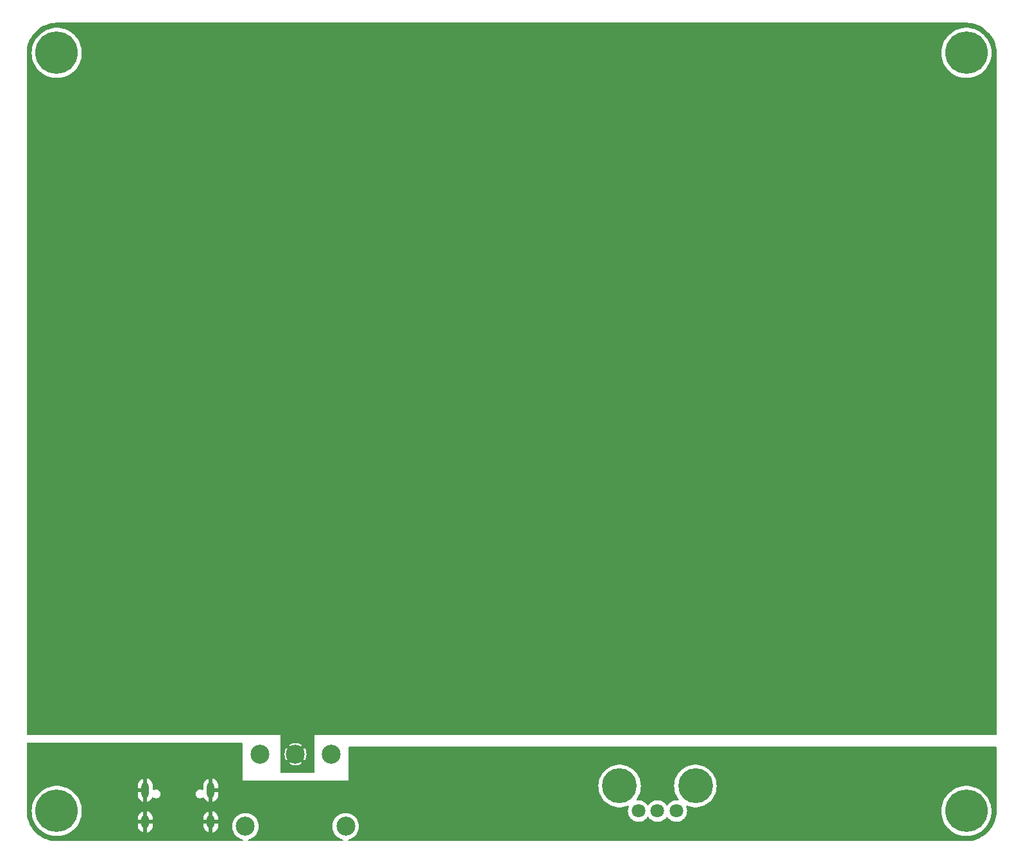
<source format=gbr>
%TF.GenerationSoftware,KiCad,Pcbnew,7.0.10*%
%TF.CreationDate,2024-06-08T14:33:01-05:00*%
%TF.ProjectId,viewer_rev2,76696577-6572-45f7-9265-76322e6b6963,rev?*%
%TF.SameCoordinates,PX62b48e0PY1ba8140*%
%TF.FileFunction,Copper,L2,Bot*%
%TF.FilePolarity,Positive*%
%FSLAX46Y46*%
G04 Gerber Fmt 4.6, Leading zero omitted, Abs format (unit mm)*
G04 Created by KiCad (PCBNEW 7.0.10) date 2024-06-08 14:33:01*
%MOMM*%
%LPD*%
G01*
G04 APERTURE LIST*
%TA.AperFunction,ComponentPad*%
%ADD10C,2.500000*%
%TD*%
%TA.AperFunction,ComponentPad*%
%ADD11C,5.600000*%
%TD*%
%TA.AperFunction,ComponentPad*%
%ADD12C,4.600000*%
%TD*%
%TA.AperFunction,ComponentPad*%
%ADD13C,1.800000*%
%TD*%
%TA.AperFunction,ComponentPad*%
%ADD14O,1.000000X2.100000*%
%TD*%
%TA.AperFunction,ComponentPad*%
%ADD15O,1.000000X1.800000*%
%TD*%
%TA.AperFunction,ViaPad*%
%ADD16C,0.600000*%
%TD*%
G04 APERTURE END LIST*
D10*
%TO.P,SW1,1,A*%
%TO.N,unconnected-(SW1-A-Pad1)*%
X40200000Y-96497500D03*
%TO.P,SW1,2,B*%
%TO.N,VCC*%
X35500000Y-96497500D03*
%TO.P,SW1,3,C*%
%TO.N,Net-(SW1-C)*%
X30800000Y-96497500D03*
%TO.P,SW1,4*%
%TO.N,N/C*%
X28895000Y-106027500D03*
X42105000Y-106027500D03*
%TD*%
D11*
%TO.P,H1,1*%
%TO.N,N/C*%
X4000000Y-4000000D03*
%TD*%
%TO.P,H2,1*%
%TO.N,N/C*%
X124000000Y-4000000D03*
%TD*%
D12*
%TO.P,RV1,*%
%TO.N,*%
X88250000Y-100700000D03*
X78250000Y-100700000D03*
D13*
%TO.P,RV1,1,1*%
%TO.N,Net-(D2-A)*%
X80750000Y-104000000D03*
%TO.P,RV1,2,2*%
%TO.N,Net-(U1-THR)*%
X83250000Y-104000000D03*
%TO.P,RV1,3,3*%
%TO.N,Net-(D1-K)*%
X85750000Y-104000000D03*
%TD*%
D11*
%TO.P,H4,1*%
%TO.N,N/C*%
X124000000Y-104000000D03*
%TD*%
D14*
%TO.P,J2,S1,SHIELD*%
%TO.N,GND*%
X15680000Y-101245000D03*
D15*
X15680000Y-105425000D03*
D14*
X24320000Y-101245000D03*
D15*
X24320000Y-105425000D03*
%TD*%
D11*
%TO.P,H3,1*%
%TO.N,N/C*%
X4000000Y-104000000D03*
%TD*%
D16*
%TO.N,GND*%
X55000000Y-97500000D03*
X56000000Y-98500000D03*
X23200000Y-99549988D03*
X59000000Y-99750000D03*
X56000000Y-97500000D03*
X60000000Y-97500000D03*
X16800000Y-99600000D03*
X55000000Y-98500000D03*
X58000000Y-99750000D03*
X62500000Y-98865000D03*
X60000000Y-99750000D03*
X68250000Y-104890000D03*
X20550000Y-97500000D03*
X24449996Y-97700000D03*
X67500000Y-106500000D03*
%TO.N,VCC*%
X48800000Y-75850000D03*
X111800000Y-21850000D03*
X57800000Y-57850000D03*
X30800000Y-21850000D03*
X48800000Y-57850000D03*
X93800000Y-21850000D03*
X93800000Y-39850000D03*
X48800000Y-21850000D03*
X12800000Y-48850000D03*
X84800000Y-39850000D03*
X111800000Y-84850000D03*
X30800000Y-66850000D03*
X21800000Y-84850000D03*
X102800000Y-57850000D03*
X30800000Y-84850000D03*
X111800000Y-57850000D03*
X75800000Y-48850000D03*
X30800000Y-30850000D03*
X39800000Y-66850000D03*
X39800000Y-48850000D03*
X12800000Y-84850000D03*
X57800000Y-75850000D03*
X102800000Y-84850000D03*
X57800000Y-39850000D03*
X75800000Y-57850000D03*
X75800000Y-39850000D03*
X66800000Y-48850000D03*
X84800000Y-84850000D03*
X66800000Y-57850000D03*
X48800000Y-84850000D03*
X30800000Y-48850000D03*
X66800000Y-75850000D03*
X57800000Y-30850000D03*
X75800000Y-75850000D03*
X93800000Y-48850000D03*
X102800000Y-21850000D03*
X93800000Y-84850000D03*
X57800000Y-21850000D03*
X21800000Y-48850000D03*
X48800000Y-30850000D03*
X84800000Y-66850000D03*
X39800000Y-30850000D03*
X102800000Y-39850000D03*
X66800000Y-30850000D03*
X12800000Y-30850000D03*
X84800000Y-75850000D03*
X39800000Y-57850000D03*
X66800000Y-66850000D03*
X21800000Y-57850000D03*
X57800000Y-48850000D03*
X75800000Y-84850000D03*
X48800000Y-66850000D03*
X21800000Y-39850000D03*
X21800000Y-66850000D03*
X39800000Y-84850000D03*
X102800000Y-75850000D03*
X30800000Y-75850000D03*
X102800000Y-48850000D03*
X66000000Y-93500000D03*
X75800000Y-30850000D03*
X39800000Y-39850000D03*
X65000000Y-93500000D03*
X84800000Y-21850000D03*
X66800000Y-21850000D03*
X12800000Y-75850000D03*
X75800000Y-21850000D03*
X57800000Y-66850000D03*
X21800000Y-75850000D03*
X111800000Y-48850000D03*
X93800000Y-57850000D03*
X84800000Y-57850000D03*
X102800000Y-30850000D03*
X66800000Y-39850000D03*
X93800000Y-75850000D03*
X111800000Y-75850000D03*
X111800000Y-39850000D03*
X93800000Y-66850000D03*
X12800000Y-39850000D03*
X111800000Y-66850000D03*
X12800000Y-66850000D03*
X66800000Y-84850000D03*
X84800000Y-30850000D03*
X102800000Y-66850000D03*
X111800000Y-30850000D03*
X39800000Y-21850000D03*
X39800000Y-75850000D03*
X48800000Y-48850000D03*
X57800000Y-84850000D03*
X67000000Y-93500000D03*
X21800000Y-21850000D03*
X75800000Y-66850000D03*
X48800000Y-39850000D03*
X30800000Y-39850000D03*
X12800000Y-57850000D03*
X12800000Y-21850000D03*
X93800000Y-30850000D03*
X84800000Y-48850000D03*
X68000000Y-93500000D03*
X30800000Y-57850000D03*
X21800000Y-30850000D03*
%TD*%
%TA.AperFunction,Conductor*%
%TO.N,VCC*%
G36*
X124002855Y-25632D02*
G01*
X124361004Y-42190D01*
X124372394Y-43246D01*
X124724645Y-92382D01*
X124735888Y-94484D01*
X125082103Y-175913D01*
X125093093Y-179040D01*
X125430337Y-292073D01*
X125440991Y-296201D01*
X125766352Y-439861D01*
X125776578Y-444953D01*
X126016703Y-578702D01*
X126087292Y-618020D01*
X126097030Y-624050D01*
X126390439Y-825041D01*
X126399579Y-831942D01*
X126673198Y-1059151D01*
X126681662Y-1066868D01*
X126933131Y-1318337D01*
X126940848Y-1326801D01*
X127168057Y-1600420D01*
X127174958Y-1609560D01*
X127375949Y-1902969D01*
X127381979Y-1912707D01*
X127555039Y-2223407D01*
X127560144Y-2233660D01*
X127703793Y-2558995D01*
X127707931Y-2569675D01*
X127820955Y-2906893D01*
X127824089Y-2917909D01*
X127905513Y-3264103D01*
X127907618Y-3275362D01*
X127956752Y-3627598D01*
X127957809Y-3639002D01*
X127974368Y-3997144D01*
X127974500Y-4002871D01*
X127974500Y-93876000D01*
X127954815Y-93943039D01*
X127902011Y-93988794D01*
X127850500Y-94000000D01*
X38000000Y-94000000D01*
X38000000Y-98876000D01*
X37980315Y-98943039D01*
X37927511Y-98988794D01*
X37876000Y-99000000D01*
X33624000Y-99000000D01*
X33556961Y-98980315D01*
X33511206Y-98927511D01*
X33500000Y-98876000D01*
X33500000Y-96497505D01*
X34045031Y-96497505D01*
X34064874Y-96736976D01*
X34123865Y-96969928D01*
X34220392Y-97189988D01*
X34312687Y-97331257D01*
X34690473Y-96953471D01*
X34694514Y-96962547D01*
X34808805Y-97119855D01*
X34953304Y-97249963D01*
X35046995Y-97304055D01*
X34665572Y-97685479D01*
X34704208Y-97715551D01*
X34915544Y-97829921D01*
X34915550Y-97829923D01*
X35142823Y-97907946D01*
X35379851Y-97947500D01*
X35620149Y-97947500D01*
X35857176Y-97907946D01*
X36084449Y-97829923D01*
X36084455Y-97829921D01*
X36295794Y-97715549D01*
X36295795Y-97715548D01*
X36334426Y-97685480D01*
X36334427Y-97685479D01*
X35953003Y-97304056D01*
X36046696Y-97249963D01*
X36191195Y-97119855D01*
X36305486Y-96962548D01*
X36309525Y-96953473D01*
X36687310Y-97331258D01*
X36779608Y-97189985D01*
X36876134Y-96969928D01*
X36935125Y-96736976D01*
X36954969Y-96497505D01*
X36954969Y-96497494D01*
X36935125Y-96258023D01*
X36876134Y-96025071D01*
X36779607Y-95805011D01*
X36687310Y-95663740D01*
X36309525Y-96041525D01*
X36305486Y-96032453D01*
X36191195Y-95875145D01*
X36046696Y-95745037D01*
X35953002Y-95690943D01*
X36334426Y-95309519D01*
X36334426Y-95309517D01*
X36295801Y-95279454D01*
X36295795Y-95279450D01*
X36084455Y-95165078D01*
X36084449Y-95165076D01*
X35857176Y-95087053D01*
X35620149Y-95047500D01*
X35379851Y-95047500D01*
X35142823Y-95087053D01*
X34915550Y-95165076D01*
X34915544Y-95165078D01*
X34704209Y-95279448D01*
X34665571Y-95309519D01*
X35046996Y-95690943D01*
X34953304Y-95745037D01*
X34808805Y-95875145D01*
X34694514Y-96032452D01*
X34690473Y-96041526D01*
X34312688Y-95663741D01*
X34220392Y-95805011D01*
X34123865Y-96025071D01*
X34064874Y-96258023D01*
X34045031Y-96497494D01*
X34045031Y-96497505D01*
X33500000Y-96497505D01*
X33500000Y-94000000D01*
X149500Y-94000000D01*
X82461Y-93980315D01*
X36706Y-93927511D01*
X25500Y-93876000D01*
X25500Y-4002871D01*
X25566Y-4000002D01*
X694652Y-4000002D01*
X714028Y-4357368D01*
X714029Y-4357385D01*
X771926Y-4710539D01*
X771932Y-4710565D01*
X867672Y-5055392D01*
X867674Y-5055399D01*
X1000142Y-5387870D01*
X1000151Y-5387888D01*
X1167784Y-5704077D01*
X1167790Y-5704086D01*
X1368634Y-6000309D01*
X1368641Y-6000319D01*
X1600331Y-6273085D01*
X1600332Y-6273086D01*
X1860163Y-6519211D01*
X2145081Y-6735800D01*
X2451747Y-6920315D01*
X2451749Y-6920316D01*
X2451751Y-6920317D01*
X2451755Y-6920319D01*
X2776552Y-7070585D01*
X2776565Y-7070591D01*
X3115726Y-7184868D01*
X3465254Y-7261805D01*
X3821052Y-7300500D01*
X3821058Y-7300500D01*
X4178942Y-7300500D01*
X4178948Y-7300500D01*
X4534746Y-7261805D01*
X4884274Y-7184868D01*
X5223435Y-7070591D01*
X5548253Y-6920315D01*
X5854919Y-6735800D01*
X6139837Y-6519211D01*
X6399668Y-6273086D01*
X6631365Y-6000311D01*
X6832211Y-5704085D01*
X6999853Y-5387880D01*
X7132324Y-5055403D01*
X7228071Y-4710552D01*
X7285972Y-4357371D01*
X7305348Y-4000002D01*
X120694652Y-4000002D01*
X120714028Y-4357368D01*
X120714029Y-4357385D01*
X120771926Y-4710539D01*
X120771932Y-4710565D01*
X120867672Y-5055392D01*
X120867674Y-5055399D01*
X121000142Y-5387870D01*
X121000151Y-5387888D01*
X121167784Y-5704077D01*
X121167790Y-5704086D01*
X121368634Y-6000309D01*
X121368641Y-6000319D01*
X121600331Y-6273085D01*
X121600332Y-6273086D01*
X121860163Y-6519211D01*
X122145081Y-6735800D01*
X122451747Y-6920315D01*
X122451749Y-6920316D01*
X122451751Y-6920317D01*
X122451755Y-6920319D01*
X122776552Y-7070585D01*
X122776565Y-7070591D01*
X123115726Y-7184868D01*
X123465254Y-7261805D01*
X123821052Y-7300500D01*
X123821058Y-7300500D01*
X124178942Y-7300500D01*
X124178948Y-7300500D01*
X124534746Y-7261805D01*
X124884274Y-7184868D01*
X125223435Y-7070591D01*
X125548253Y-6920315D01*
X125854919Y-6735800D01*
X126139837Y-6519211D01*
X126399668Y-6273086D01*
X126631365Y-6000311D01*
X126832211Y-5704085D01*
X126999853Y-5387880D01*
X127132324Y-5055403D01*
X127228071Y-4710552D01*
X127285972Y-4357371D01*
X127305348Y-4000000D01*
X127285972Y-3642629D01*
X127285377Y-3639002D01*
X127228073Y-3289460D01*
X127228072Y-3289459D01*
X127228071Y-3289448D01*
X127195931Y-3173690D01*
X127132327Y-2944607D01*
X127132325Y-2944600D01*
X127121690Y-2917909D01*
X126999853Y-2612120D01*
X126832211Y-2295915D01*
X126631365Y-1999689D01*
X126631361Y-1999684D01*
X126631358Y-1999680D01*
X126399668Y-1726914D01*
X126395127Y-1722613D01*
X126139837Y-1480789D01*
X126139830Y-1480783D01*
X126139827Y-1480781D01*
X126067204Y-1425575D01*
X125854919Y-1264200D01*
X125548253Y-1079685D01*
X125548252Y-1079684D01*
X125548248Y-1079682D01*
X125548244Y-1079680D01*
X125223447Y-929414D01*
X125223441Y-929411D01*
X125223435Y-929409D01*
X125053854Y-872270D01*
X124884273Y-815131D01*
X124534744Y-738194D01*
X124178949Y-699500D01*
X124178948Y-699500D01*
X123821052Y-699500D01*
X123821050Y-699500D01*
X123465255Y-738194D01*
X123115726Y-815131D01*
X122864625Y-899738D01*
X122776565Y-929409D01*
X122776563Y-929410D01*
X122776552Y-929414D01*
X122451755Y-1079680D01*
X122451751Y-1079682D01*
X122334050Y-1150501D01*
X122145081Y-1264200D01*
X122073865Y-1318337D01*
X121860172Y-1480781D01*
X121860163Y-1480789D01*
X121600331Y-1726914D01*
X121368641Y-1999680D01*
X121368634Y-1999690D01*
X121167790Y-2295913D01*
X121167784Y-2295922D01*
X121000151Y-2612111D01*
X121000142Y-2612129D01*
X120867674Y-2944600D01*
X120867672Y-2944607D01*
X120771932Y-3289434D01*
X120771926Y-3289460D01*
X120714029Y-3642614D01*
X120714028Y-3642631D01*
X120694652Y-3999997D01*
X120694652Y-4000002D01*
X7305348Y-4000002D01*
X7305348Y-4000000D01*
X7285972Y-3642629D01*
X7285377Y-3639002D01*
X7228073Y-3289460D01*
X7228072Y-3289459D01*
X7228071Y-3289448D01*
X7195931Y-3173690D01*
X7132327Y-2944607D01*
X7132325Y-2944600D01*
X7121690Y-2917909D01*
X6999853Y-2612120D01*
X6832211Y-2295915D01*
X6631365Y-1999689D01*
X6631361Y-1999684D01*
X6631358Y-1999680D01*
X6399668Y-1726914D01*
X6395127Y-1722613D01*
X6139837Y-1480789D01*
X6139830Y-1480783D01*
X6139827Y-1480781D01*
X6067204Y-1425575D01*
X5854919Y-1264200D01*
X5548253Y-1079685D01*
X5548252Y-1079684D01*
X5548248Y-1079682D01*
X5548244Y-1079680D01*
X5223447Y-929414D01*
X5223441Y-929411D01*
X5223435Y-929409D01*
X5053854Y-872270D01*
X4884273Y-815131D01*
X4534744Y-738194D01*
X4178949Y-699500D01*
X4178948Y-699500D01*
X3821052Y-699500D01*
X3821050Y-699500D01*
X3465255Y-738194D01*
X3115726Y-815131D01*
X2864625Y-899738D01*
X2776565Y-929409D01*
X2776563Y-929410D01*
X2776552Y-929414D01*
X2451755Y-1079680D01*
X2451751Y-1079682D01*
X2334050Y-1150501D01*
X2145081Y-1264200D01*
X2073865Y-1318337D01*
X1860172Y-1480781D01*
X1860163Y-1480789D01*
X1600331Y-1726914D01*
X1368641Y-1999680D01*
X1368634Y-1999690D01*
X1167790Y-2295913D01*
X1167784Y-2295922D01*
X1000151Y-2612111D01*
X1000142Y-2612129D01*
X867674Y-2944600D01*
X867672Y-2944607D01*
X771932Y-3289434D01*
X771926Y-3289460D01*
X714029Y-3642614D01*
X714028Y-3642631D01*
X694652Y-3999997D01*
X694652Y-4000002D01*
X25566Y-4000002D01*
X25632Y-3997144D01*
X25734Y-3994928D01*
X42190Y-3638993D01*
X43247Y-3627598D01*
X68961Y-3443258D01*
X92383Y-3275350D01*
X94483Y-3264115D01*
X175915Y-2917891D01*
X179038Y-2906911D01*
X292075Y-2569654D01*
X296198Y-2559015D01*
X439865Y-2233638D01*
X444948Y-2223429D01*
X618023Y-1912701D01*
X624050Y-1902969D01*
X825041Y-1609560D01*
X831942Y-1600420D01*
X931282Y-1480789D01*
X1059161Y-1326789D01*
X1066857Y-1318348D01*
X1318348Y-1066857D01*
X1326789Y-1059161D01*
X1600422Y-831940D01*
X1609560Y-825041D01*
X1902969Y-624050D01*
X1912701Y-618023D01*
X2223429Y-444948D01*
X2233638Y-439865D01*
X2559015Y-296198D01*
X2569654Y-292075D01*
X2906911Y-179038D01*
X2917891Y-175915D01*
X3264115Y-94483D01*
X3275350Y-92383D01*
X3627607Y-43246D01*
X3638993Y-42190D01*
X3997145Y-25632D01*
X4002872Y-25500D01*
X4008285Y-25500D01*
X123991715Y-25500D01*
X123997128Y-25500D01*
X124002855Y-25632D01*
G37*
%TD.AperFunction*%
%TD*%
%TA.AperFunction,Conductor*%
%TO.N,GND*%
G36*
X28443039Y-95019685D02*
G01*
X28488794Y-95072489D01*
X28500000Y-95124000D01*
X28500000Y-100000000D01*
X42500000Y-100000000D01*
X42500000Y-95624000D01*
X42519685Y-95556961D01*
X42572489Y-95511206D01*
X42624000Y-95500000D01*
X127850500Y-95500000D01*
X127917539Y-95519685D01*
X127963294Y-95572489D01*
X127974500Y-95624000D01*
X127974500Y-103997128D01*
X127974368Y-104002855D01*
X127957809Y-104360997D01*
X127956752Y-104372401D01*
X127907618Y-104724637D01*
X127905513Y-104735896D01*
X127824089Y-105082090D01*
X127820955Y-105093106D01*
X127707931Y-105430324D01*
X127703793Y-105441004D01*
X127560144Y-105766339D01*
X127555039Y-105776592D01*
X127381979Y-106087292D01*
X127375949Y-106097030D01*
X127174958Y-106390439D01*
X127168057Y-106399579D01*
X126940848Y-106673198D01*
X126933131Y-106681662D01*
X126681662Y-106933131D01*
X126673198Y-106940848D01*
X126399579Y-107168057D01*
X126390439Y-107174958D01*
X126097030Y-107375949D01*
X126087292Y-107381979D01*
X125776592Y-107555039D01*
X125766339Y-107560144D01*
X125441004Y-107703793D01*
X125430324Y-107707931D01*
X125093106Y-107820955D01*
X125082090Y-107824089D01*
X124735896Y-107905513D01*
X124724637Y-107907618D01*
X124372401Y-107956752D01*
X124360997Y-107957809D01*
X124002855Y-107974368D01*
X123997128Y-107974500D01*
X42554493Y-107974500D01*
X42487454Y-107954815D01*
X42441699Y-107902011D01*
X42431755Y-107832853D01*
X42460780Y-107769297D01*
X42517943Y-107732009D01*
X42596001Y-107707931D01*
X42746323Y-107661563D01*
X42982704Y-107547728D01*
X43199479Y-107399933D01*
X43391805Y-107221481D01*
X43555386Y-107016357D01*
X43686568Y-106789143D01*
X43782420Y-106544916D01*
X43840802Y-106289130D01*
X43841682Y-106277387D01*
X43860408Y-106027504D01*
X43860408Y-106027495D01*
X43840803Y-105765879D01*
X43840802Y-105765874D01*
X43840802Y-105765870D01*
X43782420Y-105510084D01*
X43686568Y-105265857D01*
X43555386Y-105038643D01*
X43391805Y-104833519D01*
X43391804Y-104833518D01*
X43391801Y-104833514D01*
X43199479Y-104655067D01*
X43172626Y-104636759D01*
X42982704Y-104507272D01*
X42982700Y-104507270D01*
X42982697Y-104507268D01*
X42982696Y-104507267D01*
X42746325Y-104393438D01*
X42746327Y-104393438D01*
X42495623Y-104316106D01*
X42495619Y-104316105D01*
X42495615Y-104316104D01*
X42365341Y-104296468D01*
X42236187Y-104277000D01*
X42236182Y-104277000D01*
X41973818Y-104277000D01*
X41973812Y-104277000D01*
X41812247Y-104301353D01*
X41714385Y-104316104D01*
X41714382Y-104316105D01*
X41714376Y-104316106D01*
X41463673Y-104393438D01*
X41227303Y-104507267D01*
X41227302Y-104507268D01*
X41010520Y-104655067D01*
X40818198Y-104833514D01*
X40654614Y-105038643D01*
X40523432Y-105265856D01*
X40427582Y-105510078D01*
X40427576Y-105510097D01*
X40369197Y-105765874D01*
X40369196Y-105765879D01*
X40349592Y-106027495D01*
X40349592Y-106027504D01*
X40369196Y-106289120D01*
X40369197Y-106289125D01*
X40369197Y-106289129D01*
X40369198Y-106289130D01*
X40377914Y-106327318D01*
X40427576Y-106544902D01*
X40427578Y-106544911D01*
X40427580Y-106544916D01*
X40523432Y-106789143D01*
X40654614Y-107016357D01*
X40721526Y-107100262D01*
X40818198Y-107221485D01*
X40903356Y-107300499D01*
X41010521Y-107399933D01*
X41227296Y-107547728D01*
X41227301Y-107547730D01*
X41227302Y-107547731D01*
X41227303Y-107547732D01*
X41352843Y-107608188D01*
X41463673Y-107661561D01*
X41463674Y-107661561D01*
X41463677Y-107661563D01*
X41600584Y-107703793D01*
X41692057Y-107732009D01*
X41750316Y-107770579D01*
X41778474Y-107834524D01*
X41767590Y-107903541D01*
X41721121Y-107955718D01*
X41655507Y-107974500D01*
X29344493Y-107974500D01*
X29277454Y-107954815D01*
X29231699Y-107902011D01*
X29221755Y-107832853D01*
X29250780Y-107769297D01*
X29307943Y-107732009D01*
X29386001Y-107707931D01*
X29536323Y-107661563D01*
X29772704Y-107547728D01*
X29989479Y-107399933D01*
X30181805Y-107221481D01*
X30345386Y-107016357D01*
X30476568Y-106789143D01*
X30572420Y-106544916D01*
X30630802Y-106289130D01*
X30631682Y-106277387D01*
X30650408Y-106027504D01*
X30650408Y-106027495D01*
X30630803Y-105765879D01*
X30630802Y-105765874D01*
X30630802Y-105765870D01*
X30572420Y-105510084D01*
X30476568Y-105265857D01*
X30345386Y-105038643D01*
X30181805Y-104833519D01*
X30181804Y-104833518D01*
X30181801Y-104833514D01*
X29989479Y-104655067D01*
X29962626Y-104636759D01*
X29772704Y-104507272D01*
X29772700Y-104507270D01*
X29772697Y-104507268D01*
X29772696Y-104507267D01*
X29536325Y-104393438D01*
X29536327Y-104393438D01*
X29285623Y-104316106D01*
X29285619Y-104316105D01*
X29285615Y-104316104D01*
X29155341Y-104296468D01*
X29026187Y-104277000D01*
X29026182Y-104277000D01*
X28763818Y-104277000D01*
X28763812Y-104277000D01*
X28602247Y-104301353D01*
X28504385Y-104316104D01*
X28504382Y-104316105D01*
X28504376Y-104316106D01*
X28253673Y-104393438D01*
X28017303Y-104507267D01*
X28017302Y-104507268D01*
X27800520Y-104655067D01*
X27608198Y-104833514D01*
X27444614Y-105038643D01*
X27313432Y-105265856D01*
X27217582Y-105510078D01*
X27217576Y-105510097D01*
X27159197Y-105765874D01*
X27159196Y-105765879D01*
X27139592Y-106027495D01*
X27139592Y-106027504D01*
X27159196Y-106289120D01*
X27159197Y-106289125D01*
X27159197Y-106289129D01*
X27159198Y-106289130D01*
X27167914Y-106327318D01*
X27217576Y-106544902D01*
X27217578Y-106544911D01*
X27217580Y-106544916D01*
X27313432Y-106789143D01*
X27444614Y-107016357D01*
X27511526Y-107100262D01*
X27608198Y-107221485D01*
X27693356Y-107300499D01*
X27800521Y-107399933D01*
X28017296Y-107547728D01*
X28017301Y-107547730D01*
X28017302Y-107547731D01*
X28017303Y-107547732D01*
X28142843Y-107608188D01*
X28253673Y-107661561D01*
X28253674Y-107661561D01*
X28253677Y-107661563D01*
X28390584Y-107703793D01*
X28482057Y-107732009D01*
X28540316Y-107770579D01*
X28568474Y-107834524D01*
X28557590Y-107903541D01*
X28511121Y-107955718D01*
X28445507Y-107974500D01*
X4002872Y-107974500D01*
X3997145Y-107974368D01*
X3639002Y-107957809D01*
X3627598Y-107956752D01*
X3275362Y-107907618D01*
X3264103Y-107905513D01*
X2917909Y-107824089D01*
X2906893Y-107820955D01*
X2569675Y-107707931D01*
X2558995Y-107703793D01*
X2463353Y-107661563D01*
X2233655Y-107560141D01*
X2223412Y-107555041D01*
X2121339Y-107498187D01*
X1912707Y-107381979D01*
X1902969Y-107375949D01*
X1609560Y-107174958D01*
X1600420Y-107168057D01*
X1326801Y-106940848D01*
X1318337Y-106933131D01*
X1066868Y-106681662D01*
X1059151Y-106673198D01*
X831942Y-106399579D01*
X825041Y-106390439D01*
X624050Y-106097030D01*
X618020Y-106087292D01*
X503160Y-105881080D01*
X444953Y-105776578D01*
X439861Y-105766352D01*
X296201Y-105440991D01*
X292073Y-105430337D01*
X179040Y-105093093D01*
X175913Y-105082103D01*
X94484Y-104735888D01*
X92381Y-104724637D01*
X91888Y-104721105D01*
X43246Y-104372394D01*
X42190Y-104360997D01*
X42022Y-104357371D01*
X25632Y-104002855D01*
X25566Y-104000000D01*
X694652Y-104000000D01*
X709670Y-104277000D01*
X714028Y-104357368D01*
X714029Y-104357385D01*
X771926Y-104710539D01*
X771932Y-104710565D01*
X867672Y-105055392D01*
X867674Y-105055399D01*
X1000142Y-105387870D01*
X1000151Y-105387888D01*
X1167784Y-105704077D01*
X1167787Y-105704082D01*
X1167789Y-105704085D01*
X1358705Y-105985666D01*
X1368634Y-106000309D01*
X1368641Y-106000319D01*
X1475317Y-106125907D01*
X1600332Y-106273086D01*
X1860163Y-106519211D01*
X2145081Y-106735800D01*
X2451747Y-106920315D01*
X2451749Y-106920316D01*
X2451751Y-106920317D01*
X2451755Y-106920319D01*
X2659337Y-107016356D01*
X2776565Y-107070591D01*
X3115726Y-107184868D01*
X3465254Y-107261805D01*
X3821052Y-107300500D01*
X3821058Y-107300500D01*
X4178942Y-107300500D01*
X4178948Y-107300500D01*
X4534746Y-107261805D01*
X4884274Y-107184868D01*
X5223435Y-107070591D01*
X5548253Y-106920315D01*
X5854919Y-106735800D01*
X6139837Y-106519211D01*
X6399668Y-106273086D01*
X6631365Y-106000311D01*
X6715844Y-105875713D01*
X14680000Y-105875713D01*
X14695418Y-106027338D01*
X14756299Y-106221381D01*
X14756304Y-106221391D01*
X14855005Y-106399215D01*
X14855005Y-106399216D01*
X14987478Y-106553530D01*
X14987479Y-106553531D01*
X15148304Y-106678018D01*
X15330907Y-106767589D01*
X15430000Y-106793244D01*
X15430000Y-105991110D01*
X15454457Y-106030610D01*
X15543962Y-106098201D01*
X15651840Y-106128895D01*
X15763521Y-106118546D01*
X15863922Y-106068552D01*
X15930000Y-105996069D01*
X15930000Y-106798365D01*
X15931944Y-106798069D01*
X15931945Y-106798069D01*
X16122660Y-106727436D01*
X16122664Y-106727434D01*
X16295267Y-106619850D01*
X16442668Y-106479735D01*
X16442669Y-106479733D01*
X16558856Y-106312804D01*
X16639059Y-106125907D01*
X16680000Y-105926690D01*
X16680000Y-105875713D01*
X23320000Y-105875713D01*
X23335418Y-106027338D01*
X23396299Y-106221381D01*
X23396304Y-106221391D01*
X23495005Y-106399215D01*
X23495005Y-106399216D01*
X23627478Y-106553530D01*
X23627479Y-106553531D01*
X23788304Y-106678018D01*
X23970907Y-106767589D01*
X24070000Y-106793244D01*
X24070000Y-105991110D01*
X24094457Y-106030610D01*
X24183962Y-106098201D01*
X24291840Y-106128895D01*
X24403521Y-106118546D01*
X24503922Y-106068552D01*
X24570000Y-105996069D01*
X24570000Y-106798365D01*
X24571944Y-106798069D01*
X24571945Y-106798069D01*
X24762660Y-106727436D01*
X24762664Y-106727434D01*
X24935267Y-106619850D01*
X25082668Y-106479735D01*
X25082669Y-106479733D01*
X25198856Y-106312804D01*
X25279059Y-106125907D01*
X25320000Y-105926690D01*
X25320000Y-105675000D01*
X24620000Y-105675000D01*
X24620000Y-105175000D01*
X25320000Y-105175000D01*
X25320000Y-104974286D01*
X25304581Y-104822661D01*
X25243700Y-104628618D01*
X25243695Y-104628608D01*
X25144994Y-104450784D01*
X25144994Y-104450783D01*
X25012521Y-104296469D01*
X25012520Y-104296468D01*
X24851695Y-104171981D01*
X24669093Y-104082411D01*
X24570000Y-104056753D01*
X24570000Y-104858889D01*
X24545543Y-104819390D01*
X24456038Y-104751799D01*
X24348160Y-104721105D01*
X24236479Y-104731454D01*
X24136078Y-104781448D01*
X24070000Y-104853930D01*
X24070000Y-104051633D01*
X24068053Y-104051931D01*
X24068047Y-104051933D01*
X23877342Y-104122562D01*
X23877335Y-104122565D01*
X23704732Y-104230149D01*
X23557331Y-104370264D01*
X23557330Y-104370266D01*
X23441143Y-104537195D01*
X23360940Y-104724092D01*
X23320000Y-104923309D01*
X23320000Y-105175000D01*
X24020000Y-105175000D01*
X24020000Y-105675000D01*
X23320000Y-105675000D01*
X23320000Y-105875713D01*
X16680000Y-105875713D01*
X16680000Y-105675000D01*
X15980000Y-105675000D01*
X15980000Y-105175000D01*
X16680000Y-105175000D01*
X16680000Y-104974286D01*
X16664581Y-104822661D01*
X16603700Y-104628618D01*
X16603695Y-104628608D01*
X16504994Y-104450784D01*
X16504994Y-104450783D01*
X16372521Y-104296469D01*
X16372520Y-104296468D01*
X16211695Y-104171981D01*
X16029093Y-104082411D01*
X15930000Y-104056753D01*
X15930000Y-104858889D01*
X15905543Y-104819390D01*
X15816038Y-104751799D01*
X15708160Y-104721105D01*
X15596479Y-104731454D01*
X15496078Y-104781448D01*
X15430000Y-104853930D01*
X15430000Y-104051633D01*
X15428053Y-104051931D01*
X15428047Y-104051933D01*
X15237342Y-104122562D01*
X15237335Y-104122565D01*
X15064732Y-104230149D01*
X14917331Y-104370264D01*
X14917330Y-104370266D01*
X14801143Y-104537195D01*
X14720940Y-104724092D01*
X14680000Y-104923309D01*
X14680000Y-105175000D01*
X15380000Y-105175000D01*
X15380000Y-105675000D01*
X14680000Y-105675000D01*
X14680000Y-105875713D01*
X6715844Y-105875713D01*
X6832211Y-105704085D01*
X6999853Y-105387880D01*
X7132324Y-105055403D01*
X7228071Y-104710552D01*
X7261398Y-104507267D01*
X7285970Y-104357385D01*
X7285970Y-104357382D01*
X7285972Y-104357371D01*
X7305348Y-104000000D01*
X7285972Y-103642629D01*
X7269753Y-103543700D01*
X7228073Y-103289460D01*
X7228072Y-103289459D01*
X7228071Y-103289448D01*
X7132324Y-102944597D01*
X7084087Y-102823531D01*
X6999857Y-102612129D01*
X6999848Y-102612111D01*
X6990207Y-102593927D01*
X6913762Y-102449735D01*
X6832215Y-102295922D01*
X6832213Y-102295919D01*
X6832211Y-102295915D01*
X6631365Y-101999689D01*
X6631361Y-101999684D01*
X6631358Y-101999680D01*
X6500577Y-101845713D01*
X14680000Y-101845713D01*
X14695418Y-101997338D01*
X14756299Y-102191381D01*
X14756304Y-102191391D01*
X14855005Y-102369215D01*
X14855005Y-102369216D01*
X14987478Y-102523530D01*
X14987479Y-102523531D01*
X15148304Y-102648018D01*
X15330907Y-102737589D01*
X15430000Y-102763244D01*
X15430000Y-101961110D01*
X15454457Y-102000610D01*
X15543962Y-102068201D01*
X15651840Y-102098895D01*
X15763521Y-102088546D01*
X15863922Y-102038552D01*
X15930000Y-101966069D01*
X15930000Y-102768365D01*
X15931944Y-102768069D01*
X15931945Y-102768069D01*
X16122660Y-102697436D01*
X16122664Y-102697434D01*
X16295267Y-102589850D01*
X16442668Y-102449735D01*
X16442669Y-102449733D01*
X16558856Y-102282804D01*
X16570293Y-102256152D01*
X16614818Y-102202307D01*
X16681386Y-102181082D01*
X16748862Y-102199216D01*
X16759731Y-102206673D01*
X16800366Y-102237853D01*
X16817750Y-102251192D01*
X16958720Y-102309584D01*
X17015370Y-102317042D01*
X17072019Y-102324500D01*
X17072020Y-102324500D01*
X17147981Y-102324500D01*
X17185746Y-102319528D01*
X17261280Y-102309584D01*
X17402250Y-102251192D01*
X17523304Y-102158304D01*
X17616192Y-102037250D01*
X17674584Y-101896280D01*
X17694500Y-101745001D01*
X22305500Y-101745001D01*
X22325415Y-101896278D01*
X22325416Y-101896280D01*
X22383806Y-102037247D01*
X22383807Y-102037249D01*
X22383808Y-102037250D01*
X22476696Y-102158304D01*
X22597750Y-102251192D01*
X22738720Y-102309584D01*
X22795370Y-102317042D01*
X22852019Y-102324500D01*
X22852020Y-102324500D01*
X22927981Y-102324500D01*
X22965746Y-102319528D01*
X23041280Y-102309584D01*
X23182250Y-102251192D01*
X23241542Y-102205695D01*
X23306707Y-102180502D01*
X23375152Y-102194540D01*
X23425143Y-102243353D01*
X23425445Y-102243894D01*
X23495004Y-102369215D01*
X23495005Y-102369216D01*
X23627478Y-102523530D01*
X23627479Y-102523531D01*
X23788304Y-102648018D01*
X23970907Y-102737589D01*
X24070000Y-102763244D01*
X24070000Y-101961110D01*
X24094457Y-102000610D01*
X24183962Y-102068201D01*
X24291840Y-102098895D01*
X24403521Y-102088546D01*
X24503922Y-102038552D01*
X24570000Y-101966069D01*
X24570000Y-102768365D01*
X24571944Y-102768069D01*
X24571945Y-102768069D01*
X24762660Y-102697436D01*
X24762664Y-102697434D01*
X24935267Y-102589850D01*
X25082668Y-102449735D01*
X25082669Y-102449733D01*
X25198856Y-102282804D01*
X25279059Y-102095907D01*
X25320000Y-101896690D01*
X25320000Y-101495000D01*
X24620000Y-101495000D01*
X24620000Y-100995000D01*
X25320000Y-100995000D01*
X25320000Y-100700003D01*
X75444754Y-100700003D01*
X75463722Y-101025669D01*
X75463723Y-101025680D01*
X75520367Y-101346924D01*
X75520369Y-101346932D01*
X75613931Y-101659452D01*
X75743137Y-101958983D01*
X75743143Y-101958996D01*
X75906251Y-102241509D01*
X76101045Y-102503162D01*
X76101050Y-102503168D01*
X76101057Y-102503177D01*
X76324923Y-102740462D01*
X76324929Y-102740467D01*
X76324930Y-102740468D01*
X76324931Y-102740469D01*
X76574815Y-102950147D01*
X76574818Y-102950149D01*
X76574823Y-102950153D01*
X76847377Y-103129414D01*
X77138899Y-103275822D01*
X77445446Y-103387396D01*
X77445452Y-103387397D01*
X77445454Y-103387398D01*
X77762858Y-103462625D01*
X77762865Y-103462626D01*
X77762874Y-103462628D01*
X78086889Y-103500500D01*
X78086896Y-103500500D01*
X78413104Y-103500500D01*
X78413111Y-103500500D01*
X78737126Y-103462628D01*
X78737135Y-103462625D01*
X78737141Y-103462625D01*
X79046385Y-103389332D01*
X79054554Y-103387396D01*
X79299601Y-103298205D01*
X79369328Y-103293775D01*
X79430384Y-103327745D01*
X79463381Y-103389332D01*
X79457844Y-103458982D01*
X79455566Y-103464538D01*
X79420843Y-103543699D01*
X79363866Y-103768691D01*
X79363864Y-103768702D01*
X79344700Y-103999993D01*
X79344700Y-104000006D01*
X79363864Y-104231297D01*
X79363866Y-104231308D01*
X79420842Y-104456300D01*
X79514075Y-104668848D01*
X79641016Y-104863147D01*
X79641019Y-104863151D01*
X79641021Y-104863153D01*
X79798216Y-105033913D01*
X79798219Y-105033915D01*
X79798222Y-105033918D01*
X79981365Y-105176464D01*
X79981371Y-105176468D01*
X79981374Y-105176470D01*
X80185497Y-105286936D01*
X80299487Y-105326068D01*
X80405015Y-105362297D01*
X80405017Y-105362297D01*
X80405019Y-105362298D01*
X80633951Y-105400500D01*
X80633952Y-105400500D01*
X80866048Y-105400500D01*
X80866049Y-105400500D01*
X81094981Y-105362298D01*
X81314503Y-105286936D01*
X81518626Y-105176470D01*
X81701784Y-105033913D01*
X81858979Y-104863153D01*
X81896191Y-104806196D01*
X81949337Y-104760839D01*
X82018569Y-104751415D01*
X82081904Y-104780917D01*
X82103809Y-104806196D01*
X82141016Y-104863147D01*
X82141019Y-104863151D01*
X82141021Y-104863153D01*
X82298216Y-105033913D01*
X82298219Y-105033915D01*
X82298222Y-105033918D01*
X82481365Y-105176464D01*
X82481371Y-105176468D01*
X82481374Y-105176470D01*
X82685497Y-105286936D01*
X82799487Y-105326068D01*
X82905015Y-105362297D01*
X82905017Y-105362297D01*
X82905019Y-105362298D01*
X83133951Y-105400500D01*
X83133952Y-105400500D01*
X83366048Y-105400500D01*
X83366049Y-105400500D01*
X83594981Y-105362298D01*
X83814503Y-105286936D01*
X84018626Y-105176470D01*
X84201784Y-105033913D01*
X84358979Y-104863153D01*
X84396191Y-104806196D01*
X84449337Y-104760839D01*
X84518569Y-104751415D01*
X84581904Y-104780917D01*
X84603809Y-104806196D01*
X84641016Y-104863147D01*
X84641019Y-104863151D01*
X84641021Y-104863153D01*
X84798216Y-105033913D01*
X84798219Y-105033915D01*
X84798222Y-105033918D01*
X84981365Y-105176464D01*
X84981371Y-105176468D01*
X84981374Y-105176470D01*
X85185497Y-105286936D01*
X85299487Y-105326068D01*
X85405015Y-105362297D01*
X85405017Y-105362297D01*
X85405019Y-105362298D01*
X85633951Y-105400500D01*
X85633952Y-105400500D01*
X85866048Y-105400500D01*
X85866049Y-105400500D01*
X86094981Y-105362298D01*
X86314503Y-105286936D01*
X86518626Y-105176470D01*
X86701784Y-105033913D01*
X86858979Y-104863153D01*
X86985924Y-104668849D01*
X87079157Y-104456300D01*
X87136134Y-104231305D01*
X87141050Y-104171981D01*
X87155300Y-104000006D01*
X87155300Y-104000000D01*
X120694652Y-104000000D01*
X120709670Y-104277000D01*
X120714028Y-104357368D01*
X120714029Y-104357385D01*
X120771926Y-104710539D01*
X120771932Y-104710565D01*
X120867672Y-105055392D01*
X120867674Y-105055399D01*
X121000142Y-105387870D01*
X121000151Y-105387888D01*
X121167784Y-105704077D01*
X121167787Y-105704082D01*
X121167789Y-105704085D01*
X121358705Y-105985666D01*
X121368634Y-106000309D01*
X121368641Y-106000319D01*
X121475317Y-106125907D01*
X121600332Y-106273086D01*
X121860163Y-106519211D01*
X122145081Y-106735800D01*
X122451747Y-106920315D01*
X122451749Y-106920316D01*
X122451751Y-106920317D01*
X122451755Y-106920319D01*
X122659337Y-107016356D01*
X122776565Y-107070591D01*
X123115726Y-107184868D01*
X123465254Y-107261805D01*
X123821052Y-107300500D01*
X123821058Y-107300500D01*
X124178942Y-107300500D01*
X124178948Y-107300500D01*
X124534746Y-107261805D01*
X124884274Y-107184868D01*
X125223435Y-107070591D01*
X125548253Y-106920315D01*
X125854919Y-106735800D01*
X126139837Y-106519211D01*
X126399668Y-106273086D01*
X126631365Y-106000311D01*
X126832211Y-105704085D01*
X126999853Y-105387880D01*
X127132324Y-105055403D01*
X127228071Y-104710552D01*
X127261398Y-104507267D01*
X127285970Y-104357385D01*
X127285970Y-104357382D01*
X127285972Y-104357371D01*
X127305348Y-104000000D01*
X127285972Y-103642629D01*
X127269753Y-103543700D01*
X127228073Y-103289460D01*
X127228072Y-103289459D01*
X127228071Y-103289448D01*
X127132324Y-102944597D01*
X127084087Y-102823531D01*
X126999857Y-102612129D01*
X126999848Y-102612111D01*
X126990207Y-102593927D01*
X126913762Y-102449735D01*
X126832215Y-102295922D01*
X126832213Y-102295919D01*
X126832211Y-102295915D01*
X126631365Y-101999689D01*
X126631361Y-101999684D01*
X126631358Y-101999680D01*
X126399668Y-101726914D01*
X126328448Y-101659451D01*
X126139837Y-101480789D01*
X126139830Y-101480783D01*
X126139827Y-101480781D01*
X126072245Y-101429407D01*
X125854919Y-101264200D01*
X125548253Y-101079685D01*
X125548252Y-101079684D01*
X125548248Y-101079682D01*
X125548244Y-101079680D01*
X125223447Y-100929414D01*
X125223441Y-100929411D01*
X125223435Y-100929409D01*
X125053854Y-100872270D01*
X124884273Y-100815131D01*
X124534744Y-100738194D01*
X124178949Y-100699500D01*
X124178948Y-100699500D01*
X123821052Y-100699500D01*
X123821050Y-100699500D01*
X123465255Y-100738194D01*
X123115726Y-100815131D01*
X122859970Y-100901306D01*
X122776565Y-100929409D01*
X122776563Y-100929410D01*
X122776552Y-100929414D01*
X122451755Y-101079680D01*
X122451751Y-101079682D01*
X122284331Y-101180416D01*
X122145081Y-101264200D01*
X122056768Y-101331333D01*
X121860172Y-101480781D01*
X121860163Y-101480789D01*
X121600331Y-101726914D01*
X121368641Y-101999680D01*
X121368634Y-101999690D01*
X121167790Y-102295913D01*
X121167784Y-102295922D01*
X121000151Y-102612111D01*
X121000142Y-102612129D01*
X120867674Y-102944600D01*
X120867672Y-102944607D01*
X120771932Y-103289434D01*
X120771926Y-103289460D01*
X120714029Y-103642614D01*
X120714028Y-103642627D01*
X120714028Y-103642629D01*
X120694652Y-104000000D01*
X87155300Y-104000000D01*
X87155300Y-103999993D01*
X87136135Y-103768702D01*
X87136133Y-103768691D01*
X87104209Y-103642629D01*
X87079157Y-103543700D01*
X87044432Y-103464536D01*
X87035530Y-103395239D01*
X87065507Y-103332126D01*
X87124846Y-103295239D01*
X87194708Y-103296289D01*
X87200380Y-103298199D01*
X87445446Y-103387396D01*
X87445452Y-103387397D01*
X87445454Y-103387398D01*
X87762858Y-103462625D01*
X87762865Y-103462626D01*
X87762874Y-103462628D01*
X88086889Y-103500500D01*
X88086896Y-103500500D01*
X88413104Y-103500500D01*
X88413111Y-103500500D01*
X88737126Y-103462628D01*
X88737135Y-103462625D01*
X88737141Y-103462625D01*
X89046385Y-103389332D01*
X89054554Y-103387396D01*
X89361101Y-103275822D01*
X89652623Y-103129414D01*
X89925177Y-102950153D01*
X90175077Y-102740462D01*
X90398943Y-102503177D01*
X90593749Y-102241508D01*
X90756859Y-101958992D01*
X90886069Y-101659451D01*
X90979630Y-101346934D01*
X90994219Y-101264199D01*
X91036276Y-101025680D01*
X91036275Y-101025680D01*
X91036278Y-101025669D01*
X91055246Y-100700000D01*
X91036278Y-100374331D01*
X91022926Y-100298608D01*
X90979632Y-100053075D01*
X90979630Y-100053067D01*
X90963743Y-100000000D01*
X90886069Y-99740549D01*
X90756859Y-99441008D01*
X90593749Y-99158492D01*
X90593748Y-99158490D01*
X90398954Y-98896837D01*
X90398947Y-98896829D01*
X90398943Y-98896823D01*
X90175077Y-98659538D01*
X90175069Y-98659531D01*
X90175068Y-98659530D01*
X89925184Y-98449852D01*
X89925179Y-98449848D01*
X89925177Y-98449847D01*
X89652623Y-98270586D01*
X89607651Y-98248000D01*
X89361108Y-98124181D01*
X89361102Y-98124178D01*
X89054566Y-98012608D01*
X89054545Y-98012601D01*
X88737141Y-97937374D01*
X88737126Y-97937372D01*
X88413111Y-97899500D01*
X88086889Y-97899500D01*
X87803375Y-97932638D01*
X87762873Y-97937372D01*
X87762858Y-97937374D01*
X87445454Y-98012601D01*
X87445433Y-98012608D01*
X87138897Y-98124178D01*
X87138891Y-98124181D01*
X86847380Y-98270584D01*
X86574815Y-98449852D01*
X86324931Y-98659530D01*
X86324930Y-98659531D01*
X86324924Y-98659536D01*
X86324923Y-98659538D01*
X86101057Y-98896823D01*
X86101054Y-98896826D01*
X86101052Y-98896829D01*
X86101045Y-98896837D01*
X85906251Y-99158490D01*
X85743143Y-99441003D01*
X85743137Y-99441016D01*
X85613931Y-99740547D01*
X85520369Y-100053067D01*
X85520367Y-100053075D01*
X85463723Y-100374319D01*
X85463722Y-100374330D01*
X85444754Y-100699996D01*
X85444754Y-100700003D01*
X85463722Y-101025669D01*
X85463723Y-101025680D01*
X85520367Y-101346924D01*
X85520369Y-101346932D01*
X85613931Y-101659452D01*
X85743137Y-101958983D01*
X85743143Y-101958996D01*
X85906251Y-102241509D01*
X86032351Y-102410890D01*
X86056595Y-102476419D01*
X86041563Y-102544652D01*
X85992027Y-102593927D01*
X85923715Y-102608598D01*
X85912480Y-102607247D01*
X85866050Y-102599500D01*
X85866049Y-102599500D01*
X85633951Y-102599500D01*
X85588164Y-102607140D01*
X85405015Y-102637702D01*
X85185504Y-102713061D01*
X85185495Y-102713064D01*
X84981371Y-102823531D01*
X84981365Y-102823535D01*
X84798222Y-102966081D01*
X84798219Y-102966084D01*
X84641015Y-103136854D01*
X84603808Y-103193804D01*
X84550662Y-103239161D01*
X84481430Y-103248584D01*
X84418095Y-103219082D01*
X84396192Y-103193804D01*
X84358984Y-103136854D01*
X84358982Y-103136852D01*
X84358979Y-103136847D01*
X84201784Y-102966087D01*
X84201779Y-102966083D01*
X84201777Y-102966081D01*
X84018634Y-102823535D01*
X84018628Y-102823531D01*
X83814504Y-102713064D01*
X83814495Y-102713061D01*
X83594984Y-102637702D01*
X83412474Y-102607247D01*
X83366049Y-102599500D01*
X83133951Y-102599500D01*
X83088164Y-102607140D01*
X82905015Y-102637702D01*
X82685504Y-102713061D01*
X82685495Y-102713064D01*
X82481371Y-102823531D01*
X82481365Y-102823535D01*
X82298222Y-102966081D01*
X82298219Y-102966084D01*
X82141015Y-103136854D01*
X82103808Y-103193804D01*
X82050662Y-103239161D01*
X81981430Y-103248584D01*
X81918095Y-103219082D01*
X81896192Y-103193804D01*
X81858984Y-103136854D01*
X81858982Y-103136852D01*
X81858979Y-103136847D01*
X81701784Y-102966087D01*
X81701779Y-102966083D01*
X81701777Y-102966081D01*
X81518634Y-102823535D01*
X81518628Y-102823531D01*
X81314504Y-102713064D01*
X81314495Y-102713061D01*
X81094984Y-102637702D01*
X80912474Y-102607247D01*
X80866049Y-102599500D01*
X80633951Y-102599500D01*
X80633949Y-102599500D01*
X80587518Y-102607247D01*
X80518153Y-102598864D01*
X80464332Y-102554310D01*
X80443142Y-102487731D01*
X80461312Y-102420265D01*
X80467648Y-102410890D01*
X80498674Y-102369216D01*
X80593749Y-102241508D01*
X80756859Y-101958992D01*
X80886069Y-101659451D01*
X80979630Y-101346934D01*
X80994219Y-101264199D01*
X81036276Y-101025680D01*
X81036275Y-101025680D01*
X81036278Y-101025669D01*
X81055246Y-100700000D01*
X81036278Y-100374331D01*
X81022926Y-100298608D01*
X80979632Y-100053075D01*
X80979630Y-100053067D01*
X80963743Y-100000000D01*
X80886069Y-99740549D01*
X80756859Y-99441008D01*
X80593749Y-99158492D01*
X80593748Y-99158490D01*
X80398954Y-98896837D01*
X80398947Y-98896829D01*
X80398943Y-98896823D01*
X80175077Y-98659538D01*
X80175069Y-98659531D01*
X80175068Y-98659530D01*
X79925184Y-98449852D01*
X79925179Y-98449848D01*
X79925177Y-98449847D01*
X79652623Y-98270586D01*
X79607651Y-98248000D01*
X79361108Y-98124181D01*
X79361102Y-98124178D01*
X79054566Y-98012608D01*
X79054545Y-98012601D01*
X78737141Y-97937374D01*
X78737126Y-97937372D01*
X78413111Y-97899500D01*
X78086889Y-97899500D01*
X77803375Y-97932638D01*
X77762873Y-97937372D01*
X77762858Y-97937374D01*
X77445454Y-98012601D01*
X77445433Y-98012608D01*
X77138897Y-98124178D01*
X77138891Y-98124181D01*
X76847380Y-98270584D01*
X76574815Y-98449852D01*
X76324931Y-98659530D01*
X76324930Y-98659531D01*
X76324924Y-98659536D01*
X76324923Y-98659538D01*
X76101057Y-98896823D01*
X76101054Y-98896826D01*
X76101052Y-98896829D01*
X76101045Y-98896837D01*
X75906251Y-99158490D01*
X75743143Y-99441003D01*
X75743137Y-99441016D01*
X75613931Y-99740547D01*
X75520369Y-100053067D01*
X75520367Y-100053075D01*
X75463723Y-100374319D01*
X75463722Y-100374330D01*
X75444754Y-100699996D01*
X75444754Y-100700003D01*
X25320000Y-100700003D01*
X25320000Y-100644286D01*
X25304581Y-100492661D01*
X25243700Y-100298618D01*
X25243695Y-100298608D01*
X25144994Y-100120784D01*
X25144994Y-100120783D01*
X25012521Y-99966469D01*
X25012520Y-99966468D01*
X24851695Y-99841981D01*
X24669093Y-99752411D01*
X24570000Y-99726753D01*
X24570000Y-100528889D01*
X24545543Y-100489390D01*
X24456038Y-100421799D01*
X24348160Y-100391105D01*
X24236479Y-100401454D01*
X24136078Y-100451448D01*
X24070000Y-100523930D01*
X24070000Y-99721633D01*
X24068053Y-99721931D01*
X24068047Y-99721933D01*
X23877342Y-99792562D01*
X23877335Y-99792565D01*
X23704732Y-99900149D01*
X23557331Y-100040264D01*
X23557330Y-100040266D01*
X23441143Y-100207195D01*
X23360940Y-100394092D01*
X23320000Y-100593309D01*
X23320000Y-101110286D01*
X23300315Y-101177325D01*
X23247511Y-101223080D01*
X23178353Y-101233024D01*
X23148548Y-101224847D01*
X23041283Y-101180417D01*
X23041278Y-101180415D01*
X22927981Y-101165500D01*
X22927980Y-101165500D01*
X22852020Y-101165500D01*
X22852019Y-101165500D01*
X22738721Y-101180415D01*
X22738719Y-101180416D01*
X22597752Y-101238806D01*
X22476696Y-101331696D01*
X22383806Y-101452752D01*
X22325416Y-101593719D01*
X22325415Y-101593721D01*
X22305500Y-101744998D01*
X22305500Y-101745001D01*
X17694500Y-101745001D01*
X17694500Y-101745000D01*
X17683237Y-101659451D01*
X17674584Y-101593721D01*
X17674584Y-101593720D01*
X17616192Y-101452750D01*
X17523304Y-101331696D01*
X17402250Y-101238808D01*
X17402249Y-101238807D01*
X17402247Y-101238806D01*
X17261280Y-101180416D01*
X17261278Y-101180415D01*
X17147981Y-101165500D01*
X17147980Y-101165500D01*
X17072020Y-101165500D01*
X17072019Y-101165500D01*
X16958721Y-101180415D01*
X16958716Y-101180417D01*
X16851452Y-101224847D01*
X16781983Y-101232316D01*
X16719504Y-101201040D01*
X16683852Y-101140951D01*
X16680000Y-101110286D01*
X16680000Y-100644286D01*
X16664581Y-100492661D01*
X16603700Y-100298618D01*
X16603695Y-100298608D01*
X16504994Y-100120784D01*
X16504994Y-100120783D01*
X16372521Y-99966469D01*
X16372520Y-99966468D01*
X16211695Y-99841981D01*
X16029093Y-99752411D01*
X15930000Y-99726753D01*
X15930000Y-100528889D01*
X15905543Y-100489390D01*
X15816038Y-100421799D01*
X15708160Y-100391105D01*
X15596479Y-100401454D01*
X15496078Y-100451448D01*
X15430000Y-100523930D01*
X15430000Y-99721633D01*
X15428053Y-99721931D01*
X15428047Y-99721933D01*
X15237342Y-99792562D01*
X15237335Y-99792565D01*
X15064732Y-99900149D01*
X14917331Y-100040264D01*
X14917330Y-100040266D01*
X14801143Y-100207195D01*
X14720940Y-100394092D01*
X14680000Y-100593309D01*
X14680000Y-100995000D01*
X15380000Y-100995000D01*
X15380000Y-101495000D01*
X14680000Y-101495000D01*
X14680000Y-101845713D01*
X6500577Y-101845713D01*
X6399668Y-101726914D01*
X6328448Y-101659451D01*
X6139837Y-101480789D01*
X6139830Y-101480783D01*
X6139827Y-101480781D01*
X6072245Y-101429407D01*
X5854919Y-101264200D01*
X5548253Y-101079685D01*
X5548252Y-101079684D01*
X5548248Y-101079682D01*
X5548244Y-101079680D01*
X5223447Y-100929414D01*
X5223441Y-100929411D01*
X5223435Y-100929409D01*
X5053854Y-100872270D01*
X4884273Y-100815131D01*
X4534744Y-100738194D01*
X4178949Y-100699500D01*
X4178948Y-100699500D01*
X3821052Y-100699500D01*
X3821050Y-100699500D01*
X3465255Y-100738194D01*
X3115726Y-100815131D01*
X2859970Y-100901306D01*
X2776565Y-100929409D01*
X2776563Y-100929410D01*
X2776552Y-100929414D01*
X2451755Y-101079680D01*
X2451751Y-101079682D01*
X2284331Y-101180416D01*
X2145081Y-101264200D01*
X2056768Y-101331333D01*
X1860172Y-101480781D01*
X1860163Y-101480789D01*
X1600331Y-101726914D01*
X1368641Y-101999680D01*
X1368634Y-101999690D01*
X1167790Y-102295913D01*
X1167784Y-102295922D01*
X1000151Y-102612111D01*
X1000142Y-102612129D01*
X867674Y-102944600D01*
X867672Y-102944607D01*
X771932Y-103289434D01*
X771926Y-103289460D01*
X714029Y-103642614D01*
X714028Y-103642627D01*
X714028Y-103642629D01*
X694652Y-104000000D01*
X25566Y-104000000D01*
X25500Y-103997128D01*
X25500Y-95124000D01*
X45185Y-95056961D01*
X97989Y-95011206D01*
X149500Y-95000000D01*
X28376000Y-95000000D01*
X28443039Y-95019685D01*
G37*
%TD.AperFunction*%
%TD*%
M02*

</source>
